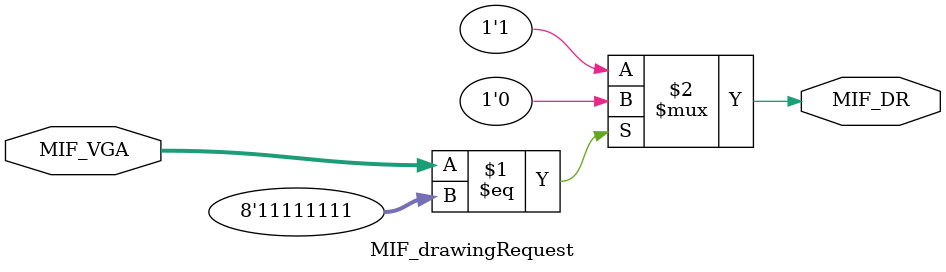
<source format=sv>


module MIF_drawingRequest	(
									
									input [7:0] MIF_VGA,
									output MIF_DR
									
);

parameter TRANSPARENT_ENCODING = 8'hff ;// RGB value representing a transparent pixel

assign MIF_DR = ( MIF_VGA == TRANSPARENT_ENCODING ) ? 1'b0:1'b1;



endmodule


</source>
